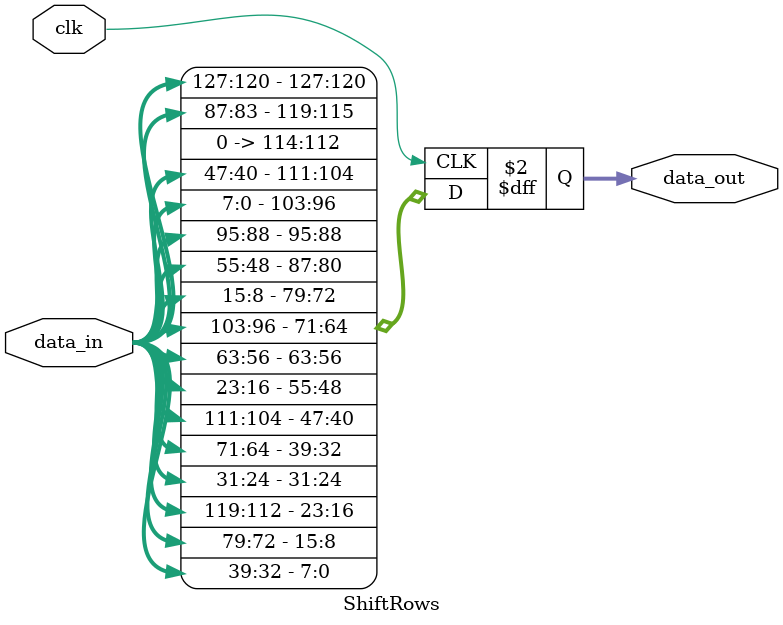
<source format=v>
module ShiftRows(
    input clk,
    input [127:0] data_in,
    output reg [127:0]  data_out);
    
    
always@ (posedge(clk))
begin
   
	//shift zero
	data_out[127:120] <= data_in[127:120];
	data_out[95:88]   <= data_in[95:88];
	data_out[63:56]   <= data_in[63:56];
	data_out[31:24] 	<= data_in[31:24];
	
	//shift one
	data_out[119:112] <= data_in[87:80];
	data_out[87:80]   <= data_in[55:48];
	data_out[55:48]	<= data_in[23:16];
	data_out[23:16]   <= data_in[119:112];
	
	//shift two
	data_out[114:104]	<= data_in[47:40];
   data_out[79:72]	<= data_in[15:8];
   data_out[47:40]	<= data_in[114:104];
   data_out[15:8]		<= data_in[79:72];

	//shift two
	data_out[103:96]	<= data_in[7:0];
	data_out[71:64]	<= data_in[103:96];
	data_out[39:32]	<= data_in[71:64];
	data_out[7:0]		<= data_in[39:32];

end

    
endmodule
</source>
